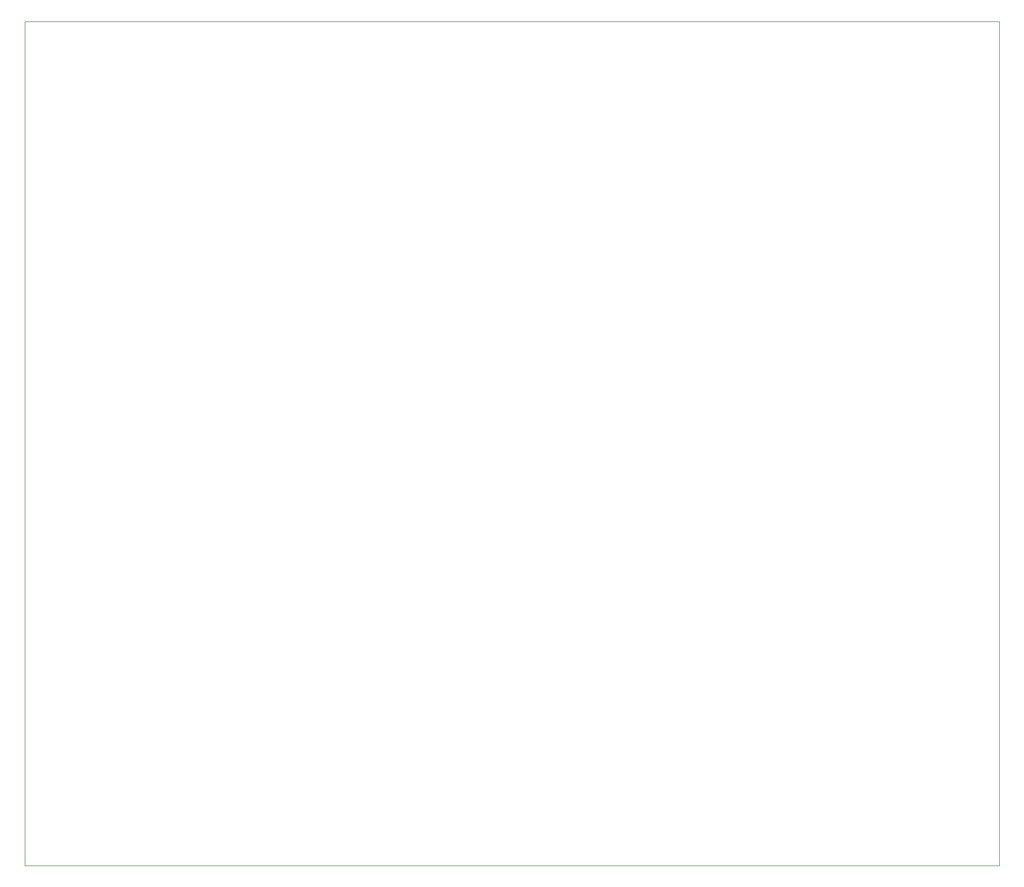
<source format=gbr>
%TF.GenerationSoftware,KiCad,Pcbnew,8.0.1*%
%TF.CreationDate,2024-04-17T15:42:03-07:00*%
%TF.ProjectId,LuliHydroponics,4c756c69-4879-4647-926f-706f6e696373,rev?*%
%TF.SameCoordinates,Original*%
%TF.FileFunction,Profile,NP*%
%FSLAX46Y46*%
G04 Gerber Fmt 4.6, Leading zero omitted, Abs format (unit mm)*
G04 Created by KiCad (PCBNEW 8.0.1) date 2024-04-17 15:42:03*
%MOMM*%
%LPD*%
G01*
G04 APERTURE LIST*
%TA.AperFunction,Profile*%
%ADD10C,0.050000*%
%TD*%
G04 APERTURE END LIST*
D10*
X26000000Y-22000000D02*
X176000000Y-22000000D01*
X176000000Y-152000000D01*
X26000000Y-152000000D01*
X26000000Y-22000000D01*
M02*

</source>
